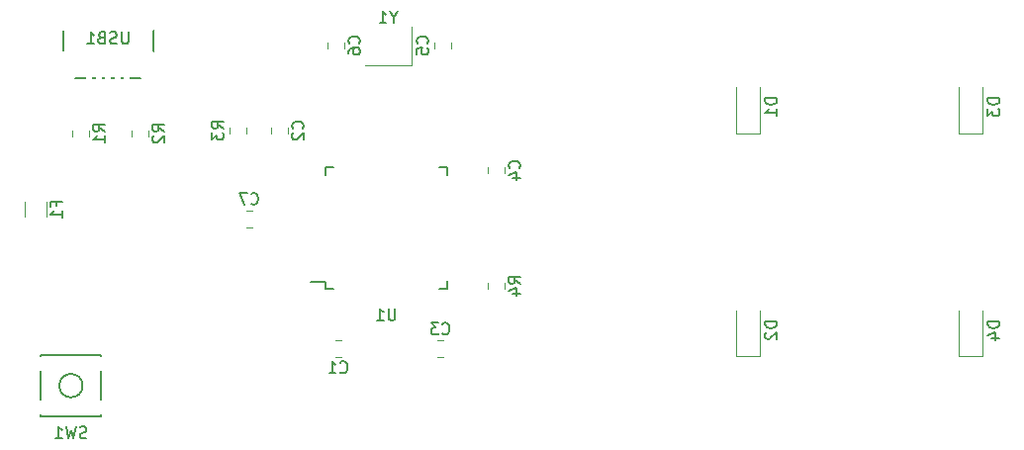
<source format=gbo>
G04 #@! TF.GenerationSoftware,KiCad,Pcbnew,(5.1.5)-1*
G04 #@! TF.CreationDate,2021-04-16T13:39:06-04:00*
G04 #@! TF.ProjectId,intro-pcb,696e7472-6f2d-4706-9362-2e6b69636164,rev?*
G04 #@! TF.SameCoordinates,Original*
G04 #@! TF.FileFunction,Legend,Bot*
G04 #@! TF.FilePolarity,Positive*
%FSLAX46Y46*%
G04 Gerber Fmt 4.6, Leading zero omitted, Abs format (unit mm)*
G04 Created by KiCad (PCBNEW (5.1.5)-1) date 2021-04-16 13:39:06*
%MOMM*%
%LPD*%
G04 APERTURE LIST*
%ADD10C,0.120000*%
%ADD11C,0.150000*%
%ADD12R,1.502000X1.302000*%
%ADD13O,1.802000X2.802000*%
%ADD14R,0.602000X2.352000*%
%ADD15R,0.652000X1.602000*%
%ADD16R,1.602000X0.652000*%
%ADD17R,1.902000X1.202000*%
%ADD18C,0.100000*%
%ADD19C,1.852000*%
%ADD20C,2.352000*%
%ADD21C,4.089800*%
%ADD22C,2.352000*%
%ADD23R,1.302000X1.002000*%
G04 APERTURE END LIST*
D10*
X-371718000Y-36106000D02*
X-375718000Y-36106000D01*
X-371718000Y-32806000D02*
X-371718000Y-36106000D01*
D11*
X-401518750Y-31750000D02*
X-401518750Y-37200000D01*
X-393818750Y-31750000D02*
X-393818750Y-37200000D01*
X-401518750Y-37200000D02*
X-393818750Y-37200000D01*
X-379031250Y-54606250D02*
X-380306250Y-54606250D01*
X-368681250Y-55181250D02*
X-369356250Y-55181250D01*
X-368681250Y-44831250D02*
X-369356250Y-44831250D01*
X-379031250Y-44831250D02*
X-378356250Y-44831250D01*
X-379031250Y-55181250D02*
X-378356250Y-55181250D01*
X-379031250Y-44831250D02*
X-379031250Y-45506250D01*
X-368681250Y-44831250D02*
X-368681250Y-45506250D01*
X-368681250Y-55181250D02*
X-368681250Y-54506250D01*
X-379031250Y-55181250D02*
X-379031250Y-54606250D01*
X-398243750Y-60900000D02*
X-403443750Y-60900000D01*
X-403443750Y-60900000D02*
X-403443750Y-66100000D01*
X-403443750Y-66100000D02*
X-398243750Y-66100000D01*
X-398243750Y-66100000D02*
X-398243750Y-60900000D01*
X-399843750Y-63500000D02*
G75*
G03X-399843750Y-63500000I-1000000J0D01*
G01*
D10*
X-365200000Y-55201078D02*
X-365200000Y-54683922D01*
X-363780000Y-55201078D02*
X-363780000Y-54683922D01*
X-385878000Y-41397422D02*
X-385878000Y-41914578D01*
X-387298000Y-41397422D02*
X-387298000Y-41914578D01*
X-395680000Y-42168578D02*
X-395680000Y-41651422D01*
X-394260000Y-42168578D02*
X-394260000Y-41651422D01*
X-400760000Y-42168578D02*
X-400760000Y-41651422D01*
X-399340000Y-42168578D02*
X-399340000Y-41651422D01*
X-404770000Y-48992064D02*
X-404770000Y-47787936D01*
X-402950000Y-48992064D02*
X-402950000Y-47787936D01*
X-322850000Y-60987500D02*
X-322850000Y-57087500D01*
X-324850000Y-60987500D02*
X-324850000Y-57087500D01*
X-322850000Y-60987500D02*
X-324850000Y-60987500D01*
X-322850000Y-41875000D02*
X-322850000Y-37975000D01*
X-324850000Y-41875000D02*
X-324850000Y-37975000D01*
X-322850000Y-41875000D02*
X-324850000Y-41875000D01*
X-341900000Y-60987500D02*
X-341900000Y-57087500D01*
X-343900000Y-60987500D02*
X-343900000Y-57087500D01*
X-341900000Y-60987500D02*
X-343900000Y-60987500D01*
X-341900000Y-41875000D02*
X-341900000Y-37975000D01*
X-343900000Y-41875000D02*
X-343900000Y-37975000D01*
X-341900000Y-41875000D02*
X-343900000Y-41875000D01*
X-385360172Y-49922500D02*
X-385877328Y-49922500D01*
X-385360172Y-48502500D02*
X-385877328Y-48502500D01*
X-378916000Y-34627078D02*
X-378916000Y-34109922D01*
X-377496000Y-34627078D02*
X-377496000Y-34109922D01*
X-368352000Y-34109922D02*
X-368352000Y-34627078D01*
X-369772000Y-34109922D02*
X-369772000Y-34627078D01*
X-365200000Y-45295078D02*
X-365200000Y-44777922D01*
X-363780000Y-45295078D02*
X-363780000Y-44777922D01*
X-368978922Y-61035000D02*
X-369496078Y-61035000D01*
X-368978922Y-59615000D02*
X-369496078Y-59615000D01*
X-383742000Y-41914578D02*
X-383742000Y-41397422D01*
X-382322000Y-41914578D02*
X-382322000Y-41397422D01*
X-378227328Y-59615000D02*
X-377710172Y-59615000D01*
X-378227328Y-61035000D02*
X-377710172Y-61035000D01*
D11*
X-373241809Y-31982190D02*
X-373241809Y-32458380D01*
X-372908476Y-31458380D02*
X-373241809Y-31982190D01*
X-373575142Y-31458380D01*
X-374432285Y-32458380D02*
X-373860857Y-32458380D01*
X-374146571Y-32458380D02*
X-374146571Y-31458380D01*
X-374051333Y-31601238D01*
X-373956095Y-31696476D01*
X-373860857Y-31744095D01*
X-395930654Y-33234380D02*
X-395930654Y-34043904D01*
X-395978273Y-34139142D01*
X-396025892Y-34186761D01*
X-396121130Y-34234380D01*
X-396311607Y-34234380D01*
X-396406845Y-34186761D01*
X-396454464Y-34139142D01*
X-396502083Y-34043904D01*
X-396502083Y-33234380D01*
X-396930654Y-34186761D02*
X-397073511Y-34234380D01*
X-397311607Y-34234380D01*
X-397406845Y-34186761D01*
X-397454464Y-34139142D01*
X-397502083Y-34043904D01*
X-397502083Y-33948666D01*
X-397454464Y-33853428D01*
X-397406845Y-33805809D01*
X-397311607Y-33758190D01*
X-397121130Y-33710571D01*
X-397025892Y-33662952D01*
X-396978273Y-33615333D01*
X-396930654Y-33520095D01*
X-396930654Y-33424857D01*
X-396978273Y-33329619D01*
X-397025892Y-33282000D01*
X-397121130Y-33234380D01*
X-397359226Y-33234380D01*
X-397502083Y-33282000D01*
X-398263988Y-33710571D02*
X-398406845Y-33758190D01*
X-398454464Y-33805809D01*
X-398502083Y-33901047D01*
X-398502083Y-34043904D01*
X-398454464Y-34139142D01*
X-398406845Y-34186761D01*
X-398311607Y-34234380D01*
X-397930654Y-34234380D01*
X-397930654Y-33234380D01*
X-398263988Y-33234380D01*
X-398359226Y-33282000D01*
X-398406845Y-33329619D01*
X-398454464Y-33424857D01*
X-398454464Y-33520095D01*
X-398406845Y-33615333D01*
X-398359226Y-33662952D01*
X-398263988Y-33710571D01*
X-397930654Y-33710571D01*
X-399454464Y-34234380D02*
X-398883035Y-34234380D01*
X-399168750Y-34234380D02*
X-399168750Y-33234380D01*
X-399073511Y-33377238D01*
X-398978273Y-33472476D01*
X-398883035Y-33520095D01*
X-373094345Y-56908630D02*
X-373094345Y-57718154D01*
X-373141964Y-57813392D01*
X-373189583Y-57861011D01*
X-373284821Y-57908630D01*
X-373475297Y-57908630D01*
X-373570535Y-57861011D01*
X-373618154Y-57813392D01*
X-373665773Y-57718154D01*
X-373665773Y-56908630D01*
X-374665773Y-57908630D02*
X-374094345Y-57908630D01*
X-374380059Y-57908630D02*
X-374380059Y-56908630D01*
X-374284821Y-57051488D01*
X-374189583Y-57146726D01*
X-374094345Y-57194345D01*
X-399510416Y-67968761D02*
X-399653273Y-68016380D01*
X-399891369Y-68016380D01*
X-399986607Y-67968761D01*
X-400034226Y-67921142D01*
X-400081845Y-67825904D01*
X-400081845Y-67730666D01*
X-400034226Y-67635428D01*
X-399986607Y-67587809D01*
X-399891369Y-67540190D01*
X-399700892Y-67492571D01*
X-399605654Y-67444952D01*
X-399558035Y-67397333D01*
X-399510416Y-67302095D01*
X-399510416Y-67206857D01*
X-399558035Y-67111619D01*
X-399605654Y-67064000D01*
X-399700892Y-67016380D01*
X-399938988Y-67016380D01*
X-400081845Y-67064000D01*
X-400415178Y-67016380D02*
X-400653273Y-68016380D01*
X-400843750Y-67302095D01*
X-401034226Y-68016380D01*
X-401272321Y-67016380D01*
X-402177083Y-68016380D02*
X-401605654Y-68016380D01*
X-401891369Y-68016380D02*
X-401891369Y-67016380D01*
X-401796130Y-67159238D01*
X-401700892Y-67254476D01*
X-401605654Y-67302095D01*
X-362387619Y-54775833D02*
X-362863809Y-54442500D01*
X-362387619Y-54204404D02*
X-363387619Y-54204404D01*
X-363387619Y-54585357D01*
X-363340000Y-54680595D01*
X-363292380Y-54728214D01*
X-363197142Y-54775833D01*
X-363054285Y-54775833D01*
X-362959047Y-54728214D01*
X-362911428Y-54680595D01*
X-362863809Y-54585357D01*
X-362863809Y-54204404D01*
X-363054285Y-55632976D02*
X-362387619Y-55632976D01*
X-363435238Y-55394880D02*
X-362720952Y-55156785D01*
X-362720952Y-55775833D01*
X-387785619Y-41489333D02*
X-388261809Y-41156000D01*
X-387785619Y-40917904D02*
X-388785619Y-40917904D01*
X-388785619Y-41298857D01*
X-388738000Y-41394095D01*
X-388690380Y-41441714D01*
X-388595142Y-41489333D01*
X-388452285Y-41489333D01*
X-388357047Y-41441714D01*
X-388309428Y-41394095D01*
X-388261809Y-41298857D01*
X-388261809Y-40917904D01*
X-388785619Y-41822666D02*
X-388785619Y-42441714D01*
X-388404666Y-42108380D01*
X-388404666Y-42251238D01*
X-388357047Y-42346476D01*
X-388309428Y-42394095D01*
X-388214190Y-42441714D01*
X-387976095Y-42441714D01*
X-387880857Y-42394095D01*
X-387833238Y-42346476D01*
X-387785619Y-42251238D01*
X-387785619Y-41965523D01*
X-387833238Y-41870285D01*
X-387880857Y-41822666D01*
X-392867619Y-41743333D02*
X-393343809Y-41410000D01*
X-392867619Y-41171904D02*
X-393867619Y-41171904D01*
X-393867619Y-41552857D01*
X-393820000Y-41648095D01*
X-393772380Y-41695714D01*
X-393677142Y-41743333D01*
X-393534285Y-41743333D01*
X-393439047Y-41695714D01*
X-393391428Y-41648095D01*
X-393343809Y-41552857D01*
X-393343809Y-41171904D01*
X-393772380Y-42124285D02*
X-393820000Y-42171904D01*
X-393867619Y-42267142D01*
X-393867619Y-42505238D01*
X-393820000Y-42600476D01*
X-393772380Y-42648095D01*
X-393677142Y-42695714D01*
X-393581904Y-42695714D01*
X-393439047Y-42648095D01*
X-392867619Y-42076666D01*
X-392867619Y-42695714D01*
X-397947619Y-41743333D02*
X-398423809Y-41410000D01*
X-397947619Y-41171904D02*
X-398947619Y-41171904D01*
X-398947619Y-41552857D01*
X-398900000Y-41648095D01*
X-398852380Y-41695714D01*
X-398757142Y-41743333D01*
X-398614285Y-41743333D01*
X-398519047Y-41695714D01*
X-398471428Y-41648095D01*
X-398423809Y-41552857D01*
X-398423809Y-41171904D01*
X-397947619Y-42695714D02*
X-397947619Y-42124285D01*
X-397947619Y-42410000D02*
X-398947619Y-42410000D01*
X-398804761Y-42314761D01*
X-398709523Y-42219523D01*
X-398661904Y-42124285D01*
X-402111428Y-48056666D02*
X-402111428Y-47723333D01*
X-401587619Y-47723333D02*
X-402587619Y-47723333D01*
X-402587619Y-48199523D01*
X-401587619Y-49104285D02*
X-401587619Y-48532857D01*
X-401587619Y-48818571D02*
X-402587619Y-48818571D01*
X-402444761Y-48723333D01*
X-402349523Y-48628095D01*
X-402301904Y-48532857D01*
X-321397619Y-57999404D02*
X-322397619Y-57999404D01*
X-322397619Y-58237500D01*
X-322350000Y-58380357D01*
X-322254761Y-58475595D01*
X-322159523Y-58523214D01*
X-321969047Y-58570833D01*
X-321826190Y-58570833D01*
X-321635714Y-58523214D01*
X-321540476Y-58475595D01*
X-321445238Y-58380357D01*
X-321397619Y-58237500D01*
X-321397619Y-57999404D01*
X-322064285Y-59427976D02*
X-321397619Y-59427976D01*
X-322445238Y-59189880D02*
X-321730952Y-58951785D01*
X-321730952Y-59570833D01*
X-321397619Y-38886904D02*
X-322397619Y-38886904D01*
X-322397619Y-39125000D01*
X-322350000Y-39267857D01*
X-322254761Y-39363095D01*
X-322159523Y-39410714D01*
X-321969047Y-39458333D01*
X-321826190Y-39458333D01*
X-321635714Y-39410714D01*
X-321540476Y-39363095D01*
X-321445238Y-39267857D01*
X-321397619Y-39125000D01*
X-321397619Y-38886904D01*
X-322397619Y-39791666D02*
X-322397619Y-40410714D01*
X-322016666Y-40077380D01*
X-322016666Y-40220238D01*
X-321969047Y-40315476D01*
X-321921428Y-40363095D01*
X-321826190Y-40410714D01*
X-321588095Y-40410714D01*
X-321492857Y-40363095D01*
X-321445238Y-40315476D01*
X-321397619Y-40220238D01*
X-321397619Y-39934523D01*
X-321445238Y-39839285D01*
X-321492857Y-39791666D01*
X-340447619Y-57999404D02*
X-341447619Y-57999404D01*
X-341447619Y-58237500D01*
X-341400000Y-58380357D01*
X-341304761Y-58475595D01*
X-341209523Y-58523214D01*
X-341019047Y-58570833D01*
X-340876190Y-58570833D01*
X-340685714Y-58523214D01*
X-340590476Y-58475595D01*
X-340495238Y-58380357D01*
X-340447619Y-58237500D01*
X-340447619Y-57999404D01*
X-341352380Y-58951785D02*
X-341400000Y-58999404D01*
X-341447619Y-59094642D01*
X-341447619Y-59332738D01*
X-341400000Y-59427976D01*
X-341352380Y-59475595D01*
X-341257142Y-59523214D01*
X-341161904Y-59523214D01*
X-341019047Y-59475595D01*
X-340447619Y-58904166D01*
X-340447619Y-59523214D01*
X-340447619Y-38886904D02*
X-341447619Y-38886904D01*
X-341447619Y-39125000D01*
X-341400000Y-39267857D01*
X-341304761Y-39363095D01*
X-341209523Y-39410714D01*
X-341019047Y-39458333D01*
X-340876190Y-39458333D01*
X-340685714Y-39410714D01*
X-340590476Y-39363095D01*
X-340495238Y-39267857D01*
X-340447619Y-39125000D01*
X-340447619Y-38886904D01*
X-340447619Y-40410714D02*
X-340447619Y-39839285D01*
X-340447619Y-40125000D02*
X-341447619Y-40125000D01*
X-341304761Y-40029761D01*
X-341209523Y-39934523D01*
X-341161904Y-39839285D01*
X-385452083Y-47919642D02*
X-385404464Y-47967261D01*
X-385261607Y-48014880D01*
X-385166369Y-48014880D01*
X-385023511Y-47967261D01*
X-384928273Y-47872023D01*
X-384880654Y-47776785D01*
X-384833035Y-47586309D01*
X-384833035Y-47443452D01*
X-384880654Y-47252976D01*
X-384928273Y-47157738D01*
X-385023511Y-47062500D01*
X-385166369Y-47014880D01*
X-385261607Y-47014880D01*
X-385404464Y-47062500D01*
X-385452083Y-47110119D01*
X-385785416Y-47014880D02*
X-386452083Y-47014880D01*
X-386023511Y-48014880D01*
X-376198857Y-34201833D02*
X-376151238Y-34154214D01*
X-376103619Y-34011357D01*
X-376103619Y-33916119D01*
X-376151238Y-33773261D01*
X-376246476Y-33678023D01*
X-376341714Y-33630404D01*
X-376532190Y-33582785D01*
X-376675047Y-33582785D01*
X-376865523Y-33630404D01*
X-376960761Y-33678023D01*
X-377056000Y-33773261D01*
X-377103619Y-33916119D01*
X-377103619Y-34011357D01*
X-377056000Y-34154214D01*
X-377008380Y-34201833D01*
X-377103619Y-35058976D02*
X-377103619Y-34868500D01*
X-377056000Y-34773261D01*
X-377008380Y-34725642D01*
X-376865523Y-34630404D01*
X-376675047Y-34582785D01*
X-376294095Y-34582785D01*
X-376198857Y-34630404D01*
X-376151238Y-34678023D01*
X-376103619Y-34773261D01*
X-376103619Y-34963738D01*
X-376151238Y-35058976D01*
X-376198857Y-35106595D01*
X-376294095Y-35154214D01*
X-376532190Y-35154214D01*
X-376627428Y-35106595D01*
X-376675047Y-35058976D01*
X-376722666Y-34963738D01*
X-376722666Y-34773261D01*
X-376675047Y-34678023D01*
X-376627428Y-34630404D01*
X-376532190Y-34582785D01*
X-370354857Y-34201833D02*
X-370307238Y-34154214D01*
X-370259619Y-34011357D01*
X-370259619Y-33916119D01*
X-370307238Y-33773261D01*
X-370402476Y-33678023D01*
X-370497714Y-33630404D01*
X-370688190Y-33582785D01*
X-370831047Y-33582785D01*
X-371021523Y-33630404D01*
X-371116761Y-33678023D01*
X-371212000Y-33773261D01*
X-371259619Y-33916119D01*
X-371259619Y-34011357D01*
X-371212000Y-34154214D01*
X-371164380Y-34201833D01*
X-371259619Y-35106595D02*
X-371259619Y-34630404D01*
X-370783428Y-34582785D01*
X-370831047Y-34630404D01*
X-370878666Y-34725642D01*
X-370878666Y-34963738D01*
X-370831047Y-35058976D01*
X-370783428Y-35106595D01*
X-370688190Y-35154214D01*
X-370450095Y-35154214D01*
X-370354857Y-35106595D01*
X-370307238Y-35058976D01*
X-370259619Y-34963738D01*
X-370259619Y-34725642D01*
X-370307238Y-34630404D01*
X-370354857Y-34582785D01*
X-362482857Y-44869833D02*
X-362435238Y-44822214D01*
X-362387619Y-44679357D01*
X-362387619Y-44584119D01*
X-362435238Y-44441261D01*
X-362530476Y-44346023D01*
X-362625714Y-44298404D01*
X-362816190Y-44250785D01*
X-362959047Y-44250785D01*
X-363149523Y-44298404D01*
X-363244761Y-44346023D01*
X-363340000Y-44441261D01*
X-363387619Y-44584119D01*
X-363387619Y-44679357D01*
X-363340000Y-44822214D01*
X-363292380Y-44869833D01*
X-363054285Y-45726976D02*
X-362387619Y-45726976D01*
X-363435238Y-45488880D02*
X-362720952Y-45250785D01*
X-362720952Y-45869833D01*
X-369070833Y-59032142D02*
X-369023214Y-59079761D01*
X-368880357Y-59127380D01*
X-368785119Y-59127380D01*
X-368642261Y-59079761D01*
X-368547023Y-58984523D01*
X-368499404Y-58889285D01*
X-368451785Y-58698809D01*
X-368451785Y-58555952D01*
X-368499404Y-58365476D01*
X-368547023Y-58270238D01*
X-368642261Y-58175000D01*
X-368785119Y-58127380D01*
X-368880357Y-58127380D01*
X-369023214Y-58175000D01*
X-369070833Y-58222619D01*
X-369404166Y-58127380D02*
X-370023214Y-58127380D01*
X-369689880Y-58508333D01*
X-369832738Y-58508333D01*
X-369927976Y-58555952D01*
X-369975595Y-58603571D01*
X-370023214Y-58698809D01*
X-370023214Y-58936904D01*
X-369975595Y-59032142D01*
X-369927976Y-59079761D01*
X-369832738Y-59127380D01*
X-369547023Y-59127380D01*
X-369451785Y-59079761D01*
X-369404166Y-59032142D01*
X-381024857Y-41489333D02*
X-380977238Y-41441714D01*
X-380929619Y-41298857D01*
X-380929619Y-41203619D01*
X-380977238Y-41060761D01*
X-381072476Y-40965523D01*
X-381167714Y-40917904D01*
X-381358190Y-40870285D01*
X-381501047Y-40870285D01*
X-381691523Y-40917904D01*
X-381786761Y-40965523D01*
X-381882000Y-41060761D01*
X-381929619Y-41203619D01*
X-381929619Y-41298857D01*
X-381882000Y-41441714D01*
X-381834380Y-41489333D01*
X-381834380Y-41870285D02*
X-381882000Y-41917904D01*
X-381929619Y-42013142D01*
X-381929619Y-42251238D01*
X-381882000Y-42346476D01*
X-381834380Y-42394095D01*
X-381739142Y-42441714D01*
X-381643904Y-42441714D01*
X-381501047Y-42394095D01*
X-380929619Y-41822666D01*
X-380929619Y-42441714D01*
X-377802083Y-62332142D02*
X-377754464Y-62379761D01*
X-377611607Y-62427380D01*
X-377516369Y-62427380D01*
X-377373511Y-62379761D01*
X-377278273Y-62284523D01*
X-377230654Y-62189285D01*
X-377183035Y-61998809D01*
X-377183035Y-61855952D01*
X-377230654Y-61665476D01*
X-377278273Y-61570238D01*
X-377373511Y-61475000D01*
X-377516369Y-61427380D01*
X-377611607Y-61427380D01*
X-377754464Y-61475000D01*
X-377802083Y-61522619D01*
X-378754464Y-62427380D02*
X-378183035Y-62427380D01*
X-378468750Y-62427380D02*
X-378468750Y-61427380D01*
X-378373511Y-61570238D01*
X-378278273Y-61665476D01*
X-378183035Y-61713095D01*
%LPC*%
D12*
X-372618000Y-33606000D03*
X-374818000Y-33606000D03*
X-374818000Y-35306000D03*
X-372618000Y-35306000D03*
D13*
X-401318750Y-31750000D03*
X-394018750Y-31750000D03*
X-394018750Y-36250000D03*
X-401318750Y-36250000D03*
D14*
X-399268750Y-36250000D03*
X-398468750Y-36250000D03*
X-397668750Y-36250000D03*
X-396868750Y-36250000D03*
X-396068750Y-36250000D03*
D15*
X-377856250Y-55706250D03*
X-377056250Y-55706250D03*
X-376256250Y-55706250D03*
X-375456250Y-55706250D03*
X-374656250Y-55706250D03*
X-373856250Y-55706250D03*
X-373056250Y-55706250D03*
X-372256250Y-55706250D03*
X-371456250Y-55706250D03*
X-370656250Y-55706250D03*
X-369856250Y-55706250D03*
D16*
X-368156250Y-54006250D03*
X-368156250Y-53206250D03*
X-368156250Y-52406250D03*
X-368156250Y-51606250D03*
X-368156250Y-50806250D03*
X-368156250Y-50006250D03*
X-368156250Y-49206250D03*
X-368156250Y-48406250D03*
X-368156250Y-47606250D03*
X-368156250Y-46806250D03*
X-368156250Y-46006250D03*
D15*
X-369856250Y-44306250D03*
X-370656250Y-44306250D03*
X-371456250Y-44306250D03*
X-372256250Y-44306250D03*
X-373056250Y-44306250D03*
X-373856250Y-44306250D03*
X-374656250Y-44306250D03*
X-375456250Y-44306250D03*
X-376256250Y-44306250D03*
X-377056250Y-44306250D03*
X-377856250Y-44306250D03*
D16*
X-379556250Y-46006250D03*
X-379556250Y-46806250D03*
X-379556250Y-47606250D03*
X-379556250Y-48406250D03*
X-379556250Y-49206250D03*
X-379556250Y-50006250D03*
X-379556250Y-50806250D03*
X-379556250Y-51606250D03*
X-379556250Y-52406250D03*
X-379556250Y-53206250D03*
X-379556250Y-54006250D03*
D17*
X-397743750Y-65350000D03*
X-403943750Y-61650000D03*
X-397743750Y-61650000D03*
X-403943750Y-65350000D03*
D18*
G36*
X-363981859Y-53467797D02*
G01*
X-363955722Y-53471674D01*
X-363930091Y-53478094D01*
X-363905212Y-53486995D01*
X-363881326Y-53498293D01*
X-363858663Y-53511877D01*
X-363837440Y-53527617D01*
X-363817861Y-53545361D01*
X-363800117Y-53564940D01*
X-363784377Y-53586163D01*
X-363770793Y-53608826D01*
X-363759495Y-53632712D01*
X-363750594Y-53657591D01*
X-363744174Y-53683222D01*
X-363740297Y-53709359D01*
X-363739000Y-53735750D01*
X-363739000Y-54274250D01*
X-363740297Y-54300641D01*
X-363744174Y-54326778D01*
X-363750594Y-54352409D01*
X-363759495Y-54377288D01*
X-363770793Y-54401174D01*
X-363784377Y-54423837D01*
X-363800117Y-54445060D01*
X-363817861Y-54464639D01*
X-363837440Y-54482383D01*
X-363858663Y-54498123D01*
X-363881326Y-54511707D01*
X-363905212Y-54523005D01*
X-363930091Y-54531906D01*
X-363955722Y-54538326D01*
X-363981859Y-54542203D01*
X-364008250Y-54543500D01*
X-364971750Y-54543500D01*
X-364998141Y-54542203D01*
X-365024278Y-54538326D01*
X-365049909Y-54531906D01*
X-365074788Y-54523005D01*
X-365098674Y-54511707D01*
X-365121337Y-54498123D01*
X-365142560Y-54482383D01*
X-365162139Y-54464639D01*
X-365179883Y-54445060D01*
X-365195623Y-54423837D01*
X-365209207Y-54401174D01*
X-365220505Y-54377288D01*
X-365229406Y-54352409D01*
X-365235826Y-54326778D01*
X-365239703Y-54300641D01*
X-365241000Y-54274250D01*
X-365241000Y-53735750D01*
X-365239703Y-53709359D01*
X-365235826Y-53683222D01*
X-365229406Y-53657591D01*
X-365220505Y-53632712D01*
X-365209207Y-53608826D01*
X-365195623Y-53586163D01*
X-365179883Y-53564940D01*
X-365162139Y-53545361D01*
X-365142560Y-53527617D01*
X-365121337Y-53511877D01*
X-365098674Y-53498293D01*
X-365074788Y-53486995D01*
X-365049909Y-53478094D01*
X-365024278Y-53471674D01*
X-364998141Y-53467797D01*
X-364971750Y-53466500D01*
X-364008250Y-53466500D01*
X-363981859Y-53467797D01*
G37*
G36*
X-363981859Y-55342797D02*
G01*
X-363955722Y-55346674D01*
X-363930091Y-55353094D01*
X-363905212Y-55361995D01*
X-363881326Y-55373293D01*
X-363858663Y-55386877D01*
X-363837440Y-55402617D01*
X-363817861Y-55420361D01*
X-363800117Y-55439940D01*
X-363784377Y-55461163D01*
X-363770793Y-55483826D01*
X-363759495Y-55507712D01*
X-363750594Y-55532591D01*
X-363744174Y-55558222D01*
X-363740297Y-55584359D01*
X-363739000Y-55610750D01*
X-363739000Y-56149250D01*
X-363740297Y-56175641D01*
X-363744174Y-56201778D01*
X-363750594Y-56227409D01*
X-363759495Y-56252288D01*
X-363770793Y-56276174D01*
X-363784377Y-56298837D01*
X-363800117Y-56320060D01*
X-363817861Y-56339639D01*
X-363837440Y-56357383D01*
X-363858663Y-56373123D01*
X-363881326Y-56386707D01*
X-363905212Y-56398005D01*
X-363930091Y-56406906D01*
X-363955722Y-56413326D01*
X-363981859Y-56417203D01*
X-364008250Y-56418500D01*
X-364971750Y-56418500D01*
X-364998141Y-56417203D01*
X-365024278Y-56413326D01*
X-365049909Y-56406906D01*
X-365074788Y-56398005D01*
X-365098674Y-56386707D01*
X-365121337Y-56373123D01*
X-365142560Y-56357383D01*
X-365162139Y-56339639D01*
X-365179883Y-56320060D01*
X-365195623Y-56298837D01*
X-365209207Y-56276174D01*
X-365220505Y-56252288D01*
X-365229406Y-56227409D01*
X-365235826Y-56201778D01*
X-365239703Y-56175641D01*
X-365241000Y-56149250D01*
X-365241000Y-55610750D01*
X-365239703Y-55584359D01*
X-365235826Y-55558222D01*
X-365229406Y-55532591D01*
X-365220505Y-55507712D01*
X-365209207Y-55483826D01*
X-365195623Y-55461163D01*
X-365179883Y-55439940D01*
X-365162139Y-55420361D01*
X-365142560Y-55402617D01*
X-365121337Y-55386877D01*
X-365098674Y-55373293D01*
X-365074788Y-55361995D01*
X-365049909Y-55353094D01*
X-365024278Y-55346674D01*
X-364998141Y-55342797D01*
X-364971750Y-55341500D01*
X-364008250Y-55341500D01*
X-363981859Y-55342797D01*
G37*
G36*
X-386079859Y-42056297D02*
G01*
X-386053722Y-42060174D01*
X-386028091Y-42066594D01*
X-386003212Y-42075495D01*
X-385979326Y-42086793D01*
X-385956663Y-42100377D01*
X-385935440Y-42116117D01*
X-385915861Y-42133861D01*
X-385898117Y-42153440D01*
X-385882377Y-42174663D01*
X-385868793Y-42197326D01*
X-385857495Y-42221212D01*
X-385848594Y-42246091D01*
X-385842174Y-42271722D01*
X-385838297Y-42297859D01*
X-385837000Y-42324250D01*
X-385837000Y-42862750D01*
X-385838297Y-42889141D01*
X-385842174Y-42915278D01*
X-385848594Y-42940909D01*
X-385857495Y-42965788D01*
X-385868793Y-42989674D01*
X-385882377Y-43012337D01*
X-385898117Y-43033560D01*
X-385915861Y-43053139D01*
X-385935440Y-43070883D01*
X-385956663Y-43086623D01*
X-385979326Y-43100207D01*
X-386003212Y-43111505D01*
X-386028091Y-43120406D01*
X-386053722Y-43126826D01*
X-386079859Y-43130703D01*
X-386106250Y-43132000D01*
X-387069750Y-43132000D01*
X-387096141Y-43130703D01*
X-387122278Y-43126826D01*
X-387147909Y-43120406D01*
X-387172788Y-43111505D01*
X-387196674Y-43100207D01*
X-387219337Y-43086623D01*
X-387240560Y-43070883D01*
X-387260139Y-43053139D01*
X-387277883Y-43033560D01*
X-387293623Y-43012337D01*
X-387307207Y-42989674D01*
X-387318505Y-42965788D01*
X-387327406Y-42940909D01*
X-387333826Y-42915278D01*
X-387337703Y-42889141D01*
X-387339000Y-42862750D01*
X-387339000Y-42324250D01*
X-387337703Y-42297859D01*
X-387333826Y-42271722D01*
X-387327406Y-42246091D01*
X-387318505Y-42221212D01*
X-387307207Y-42197326D01*
X-387293623Y-42174663D01*
X-387277883Y-42153440D01*
X-387260139Y-42133861D01*
X-387240560Y-42116117D01*
X-387219337Y-42100377D01*
X-387196674Y-42086793D01*
X-387172788Y-42075495D01*
X-387147909Y-42066594D01*
X-387122278Y-42060174D01*
X-387096141Y-42056297D01*
X-387069750Y-42055000D01*
X-386106250Y-42055000D01*
X-386079859Y-42056297D01*
G37*
G36*
X-386079859Y-40181297D02*
G01*
X-386053722Y-40185174D01*
X-386028091Y-40191594D01*
X-386003212Y-40200495D01*
X-385979326Y-40211793D01*
X-385956663Y-40225377D01*
X-385935440Y-40241117D01*
X-385915861Y-40258861D01*
X-385898117Y-40278440D01*
X-385882377Y-40299663D01*
X-385868793Y-40322326D01*
X-385857495Y-40346212D01*
X-385848594Y-40371091D01*
X-385842174Y-40396722D01*
X-385838297Y-40422859D01*
X-385837000Y-40449250D01*
X-385837000Y-40987750D01*
X-385838297Y-41014141D01*
X-385842174Y-41040278D01*
X-385848594Y-41065909D01*
X-385857495Y-41090788D01*
X-385868793Y-41114674D01*
X-385882377Y-41137337D01*
X-385898117Y-41158560D01*
X-385915861Y-41178139D01*
X-385935440Y-41195883D01*
X-385956663Y-41211623D01*
X-385979326Y-41225207D01*
X-386003212Y-41236505D01*
X-386028091Y-41245406D01*
X-386053722Y-41251826D01*
X-386079859Y-41255703D01*
X-386106250Y-41257000D01*
X-387069750Y-41257000D01*
X-387096141Y-41255703D01*
X-387122278Y-41251826D01*
X-387147909Y-41245406D01*
X-387172788Y-41236505D01*
X-387196674Y-41225207D01*
X-387219337Y-41211623D01*
X-387240560Y-41195883D01*
X-387260139Y-41178139D01*
X-387277883Y-41158560D01*
X-387293623Y-41137337D01*
X-387307207Y-41114674D01*
X-387318505Y-41090788D01*
X-387327406Y-41065909D01*
X-387333826Y-41040278D01*
X-387337703Y-41014141D01*
X-387339000Y-40987750D01*
X-387339000Y-40449250D01*
X-387337703Y-40422859D01*
X-387333826Y-40396722D01*
X-387327406Y-40371091D01*
X-387318505Y-40346212D01*
X-387307207Y-40322326D01*
X-387293623Y-40299663D01*
X-387277883Y-40278440D01*
X-387260139Y-40258861D01*
X-387240560Y-40241117D01*
X-387219337Y-40225377D01*
X-387196674Y-40211793D01*
X-387172788Y-40200495D01*
X-387147909Y-40191594D01*
X-387122278Y-40185174D01*
X-387096141Y-40181297D01*
X-387069750Y-40180000D01*
X-386106250Y-40180000D01*
X-386079859Y-40181297D01*
G37*
G36*
X-394461859Y-40435297D02*
G01*
X-394435722Y-40439174D01*
X-394410091Y-40445594D01*
X-394385212Y-40454495D01*
X-394361326Y-40465793D01*
X-394338663Y-40479377D01*
X-394317440Y-40495117D01*
X-394297861Y-40512861D01*
X-394280117Y-40532440D01*
X-394264377Y-40553663D01*
X-394250793Y-40576326D01*
X-394239495Y-40600212D01*
X-394230594Y-40625091D01*
X-394224174Y-40650722D01*
X-394220297Y-40676859D01*
X-394219000Y-40703250D01*
X-394219000Y-41241750D01*
X-394220297Y-41268141D01*
X-394224174Y-41294278D01*
X-394230594Y-41319909D01*
X-394239495Y-41344788D01*
X-394250793Y-41368674D01*
X-394264377Y-41391337D01*
X-394280117Y-41412560D01*
X-394297861Y-41432139D01*
X-394317440Y-41449883D01*
X-394338663Y-41465623D01*
X-394361326Y-41479207D01*
X-394385212Y-41490505D01*
X-394410091Y-41499406D01*
X-394435722Y-41505826D01*
X-394461859Y-41509703D01*
X-394488250Y-41511000D01*
X-395451750Y-41511000D01*
X-395478141Y-41509703D01*
X-395504278Y-41505826D01*
X-395529909Y-41499406D01*
X-395554788Y-41490505D01*
X-395578674Y-41479207D01*
X-395601337Y-41465623D01*
X-395622560Y-41449883D01*
X-395642139Y-41432139D01*
X-395659883Y-41412560D01*
X-395675623Y-41391337D01*
X-395689207Y-41368674D01*
X-395700505Y-41344788D01*
X-395709406Y-41319909D01*
X-395715826Y-41294278D01*
X-395719703Y-41268141D01*
X-395721000Y-41241750D01*
X-395721000Y-40703250D01*
X-395719703Y-40676859D01*
X-395715826Y-40650722D01*
X-395709406Y-40625091D01*
X-395700505Y-40600212D01*
X-395689207Y-40576326D01*
X-395675623Y-40553663D01*
X-395659883Y-40532440D01*
X-395642139Y-40512861D01*
X-395622560Y-40495117D01*
X-395601337Y-40479377D01*
X-395578674Y-40465793D01*
X-395554788Y-40454495D01*
X-395529909Y-40445594D01*
X-395504278Y-40439174D01*
X-395478141Y-40435297D01*
X-395451750Y-40434000D01*
X-394488250Y-40434000D01*
X-394461859Y-40435297D01*
G37*
G36*
X-394461859Y-42310297D02*
G01*
X-394435722Y-42314174D01*
X-394410091Y-42320594D01*
X-394385212Y-42329495D01*
X-394361326Y-42340793D01*
X-394338663Y-42354377D01*
X-394317440Y-42370117D01*
X-394297861Y-42387861D01*
X-394280117Y-42407440D01*
X-394264377Y-42428663D01*
X-394250793Y-42451326D01*
X-394239495Y-42475212D01*
X-394230594Y-42500091D01*
X-394224174Y-42525722D01*
X-394220297Y-42551859D01*
X-394219000Y-42578250D01*
X-394219000Y-43116750D01*
X-394220297Y-43143141D01*
X-394224174Y-43169278D01*
X-394230594Y-43194909D01*
X-394239495Y-43219788D01*
X-394250793Y-43243674D01*
X-394264377Y-43266337D01*
X-394280117Y-43287560D01*
X-394297861Y-43307139D01*
X-394317440Y-43324883D01*
X-394338663Y-43340623D01*
X-394361326Y-43354207D01*
X-394385212Y-43365505D01*
X-394410091Y-43374406D01*
X-394435722Y-43380826D01*
X-394461859Y-43384703D01*
X-394488250Y-43386000D01*
X-395451750Y-43386000D01*
X-395478141Y-43384703D01*
X-395504278Y-43380826D01*
X-395529909Y-43374406D01*
X-395554788Y-43365505D01*
X-395578674Y-43354207D01*
X-395601337Y-43340623D01*
X-395622560Y-43324883D01*
X-395642139Y-43307139D01*
X-395659883Y-43287560D01*
X-395675623Y-43266337D01*
X-395689207Y-43243674D01*
X-395700505Y-43219788D01*
X-395709406Y-43194909D01*
X-395715826Y-43169278D01*
X-395719703Y-43143141D01*
X-395721000Y-43116750D01*
X-395721000Y-42578250D01*
X-395719703Y-42551859D01*
X-395715826Y-42525722D01*
X-395709406Y-42500091D01*
X-395700505Y-42475212D01*
X-395689207Y-42451326D01*
X-395675623Y-42428663D01*
X-395659883Y-42407440D01*
X-395642139Y-42387861D01*
X-395622560Y-42370117D01*
X-395601337Y-42354377D01*
X-395578674Y-42340793D01*
X-395554788Y-42329495D01*
X-395529909Y-42320594D01*
X-395504278Y-42314174D01*
X-395478141Y-42310297D01*
X-395451750Y-42309000D01*
X-394488250Y-42309000D01*
X-394461859Y-42310297D01*
G37*
G36*
X-399541859Y-40435297D02*
G01*
X-399515722Y-40439174D01*
X-399490091Y-40445594D01*
X-399465212Y-40454495D01*
X-399441326Y-40465793D01*
X-399418663Y-40479377D01*
X-399397440Y-40495117D01*
X-399377861Y-40512861D01*
X-399360117Y-40532440D01*
X-399344377Y-40553663D01*
X-399330793Y-40576326D01*
X-399319495Y-40600212D01*
X-399310594Y-40625091D01*
X-399304174Y-40650722D01*
X-399300297Y-40676859D01*
X-399299000Y-40703250D01*
X-399299000Y-41241750D01*
X-399300297Y-41268141D01*
X-399304174Y-41294278D01*
X-399310594Y-41319909D01*
X-399319495Y-41344788D01*
X-399330793Y-41368674D01*
X-399344377Y-41391337D01*
X-399360117Y-41412560D01*
X-399377861Y-41432139D01*
X-399397440Y-41449883D01*
X-399418663Y-41465623D01*
X-399441326Y-41479207D01*
X-399465212Y-41490505D01*
X-399490091Y-41499406D01*
X-399515722Y-41505826D01*
X-399541859Y-41509703D01*
X-399568250Y-41511000D01*
X-400531750Y-41511000D01*
X-400558141Y-41509703D01*
X-400584278Y-41505826D01*
X-400609909Y-41499406D01*
X-400634788Y-41490505D01*
X-400658674Y-41479207D01*
X-400681337Y-41465623D01*
X-400702560Y-41449883D01*
X-400722139Y-41432139D01*
X-400739883Y-41412560D01*
X-400755623Y-41391337D01*
X-400769207Y-41368674D01*
X-400780505Y-41344788D01*
X-400789406Y-41319909D01*
X-400795826Y-41294278D01*
X-400799703Y-41268141D01*
X-400801000Y-41241750D01*
X-400801000Y-40703250D01*
X-400799703Y-40676859D01*
X-400795826Y-40650722D01*
X-400789406Y-40625091D01*
X-400780505Y-40600212D01*
X-400769207Y-40576326D01*
X-400755623Y-40553663D01*
X-400739883Y-40532440D01*
X-400722139Y-40512861D01*
X-400702560Y-40495117D01*
X-400681337Y-40479377D01*
X-400658674Y-40465793D01*
X-400634788Y-40454495D01*
X-400609909Y-40445594D01*
X-400584278Y-40439174D01*
X-400558141Y-40435297D01*
X-400531750Y-40434000D01*
X-399568250Y-40434000D01*
X-399541859Y-40435297D01*
G37*
G36*
X-399541859Y-42310297D02*
G01*
X-399515722Y-42314174D01*
X-399490091Y-42320594D01*
X-399465212Y-42329495D01*
X-399441326Y-42340793D01*
X-399418663Y-42354377D01*
X-399397440Y-42370117D01*
X-399377861Y-42387861D01*
X-399360117Y-42407440D01*
X-399344377Y-42428663D01*
X-399330793Y-42451326D01*
X-399319495Y-42475212D01*
X-399310594Y-42500091D01*
X-399304174Y-42525722D01*
X-399300297Y-42551859D01*
X-399299000Y-42578250D01*
X-399299000Y-43116750D01*
X-399300297Y-43143141D01*
X-399304174Y-43169278D01*
X-399310594Y-43194909D01*
X-399319495Y-43219788D01*
X-399330793Y-43243674D01*
X-399344377Y-43266337D01*
X-399360117Y-43287560D01*
X-399377861Y-43307139D01*
X-399397440Y-43324883D01*
X-399418663Y-43340623D01*
X-399441326Y-43354207D01*
X-399465212Y-43365505D01*
X-399490091Y-43374406D01*
X-399515722Y-43380826D01*
X-399541859Y-43384703D01*
X-399568250Y-43386000D01*
X-400531750Y-43386000D01*
X-400558141Y-43384703D01*
X-400584278Y-43380826D01*
X-400609909Y-43374406D01*
X-400634788Y-43365505D01*
X-400658674Y-43354207D01*
X-400681337Y-43340623D01*
X-400702560Y-43324883D01*
X-400722139Y-43307139D01*
X-400739883Y-43287560D01*
X-400755623Y-43266337D01*
X-400769207Y-43243674D01*
X-400780505Y-43219788D01*
X-400789406Y-43194909D01*
X-400795826Y-43169278D01*
X-400799703Y-43143141D01*
X-400801000Y-43116750D01*
X-400801000Y-42578250D01*
X-400799703Y-42551859D01*
X-400795826Y-42525722D01*
X-400789406Y-42500091D01*
X-400780505Y-42475212D01*
X-400769207Y-42451326D01*
X-400755623Y-42428663D01*
X-400739883Y-42407440D01*
X-400722139Y-42387861D01*
X-400702560Y-42370117D01*
X-400681337Y-42354377D01*
X-400658674Y-42340793D01*
X-400634788Y-42329495D01*
X-400609909Y-42320594D01*
X-400584278Y-42314174D01*
X-400558141Y-42310297D01*
X-400531750Y-42309000D01*
X-399568250Y-42309000D01*
X-399541859Y-42310297D01*
G37*
D19*
X-327501250Y-58737500D03*
X-337661250Y-58737500D03*
D20*
X-335081250Y-54737500D03*
D21*
X-332581250Y-58737500D03*
D22*
X-336391250Y-56197500D02*
X-335081248Y-54737500D01*
D20*
X-330041250Y-53657500D03*
D22*
X-330081250Y-54237500D02*
X-330041250Y-53657500D01*
D19*
X-327501250Y-39687500D03*
X-337661250Y-39687500D03*
D20*
X-335081250Y-35687500D03*
D21*
X-332581250Y-39687500D03*
D22*
X-336391250Y-37147500D02*
X-335081248Y-35687500D01*
D20*
X-330041250Y-34607500D03*
D22*
X-330081250Y-35187500D02*
X-330041250Y-34607500D01*
D19*
X-346551250Y-58737500D03*
X-356711250Y-58737500D03*
D20*
X-354131250Y-54737500D03*
D21*
X-351631250Y-58737500D03*
D22*
X-355441250Y-56197500D02*
X-354131248Y-54737500D01*
D20*
X-349091250Y-53657500D03*
D22*
X-349131250Y-54237500D02*
X-349091250Y-53657500D01*
D19*
X-346551250Y-39687500D03*
X-356711250Y-39687500D03*
D20*
X-354131250Y-35687500D03*
D21*
X-351631250Y-39687500D03*
D22*
X-355441250Y-37147500D02*
X-354131248Y-35687500D01*
D20*
X-349091250Y-34607500D03*
D22*
X-349131250Y-35187500D02*
X-349091250Y-34607500D01*
D18*
G36*
X-403177896Y-46315302D02*
G01*
X-403151648Y-46319196D01*
X-403125907Y-46325643D01*
X-403100922Y-46334583D01*
X-403076934Y-46345928D01*
X-403054174Y-46359571D01*
X-403032860Y-46375378D01*
X-403013198Y-46393198D01*
X-402995378Y-46412860D01*
X-402979571Y-46434174D01*
X-402965928Y-46456934D01*
X-402954583Y-46480922D01*
X-402945643Y-46505907D01*
X-402939196Y-46531648D01*
X-402935302Y-46557896D01*
X-402934000Y-46584400D01*
X-402934000Y-47395600D01*
X-402935302Y-47422104D01*
X-402939196Y-47448352D01*
X-402945643Y-47474093D01*
X-402954583Y-47499078D01*
X-402965928Y-47523066D01*
X-402979571Y-47545826D01*
X-402995378Y-47567140D01*
X-403013198Y-47586802D01*
X-403032860Y-47604622D01*
X-403054174Y-47620429D01*
X-403076934Y-47634072D01*
X-403100922Y-47645417D01*
X-403125907Y-47654357D01*
X-403151648Y-47660804D01*
X-403177896Y-47664698D01*
X-403204400Y-47666000D01*
X-404515600Y-47666000D01*
X-404542104Y-47664698D01*
X-404568352Y-47660804D01*
X-404594093Y-47654357D01*
X-404619078Y-47645417D01*
X-404643066Y-47634072D01*
X-404665826Y-47620429D01*
X-404687140Y-47604622D01*
X-404706802Y-47586802D01*
X-404724622Y-47567140D01*
X-404740429Y-47545826D01*
X-404754072Y-47523066D01*
X-404765417Y-47499078D01*
X-404774357Y-47474093D01*
X-404780804Y-47448352D01*
X-404784698Y-47422104D01*
X-404786000Y-47395600D01*
X-404786000Y-46584400D01*
X-404784698Y-46557896D01*
X-404780804Y-46531648D01*
X-404774357Y-46505907D01*
X-404765417Y-46480922D01*
X-404754072Y-46456934D01*
X-404740429Y-46434174D01*
X-404724622Y-46412860D01*
X-404706802Y-46393198D01*
X-404687140Y-46375378D01*
X-404665826Y-46359571D01*
X-404643066Y-46345928D01*
X-404619078Y-46334583D01*
X-404594093Y-46325643D01*
X-404568352Y-46319196D01*
X-404542104Y-46315302D01*
X-404515600Y-46314000D01*
X-403204400Y-46314000D01*
X-403177896Y-46315302D01*
G37*
G36*
X-403177896Y-49115302D02*
G01*
X-403151648Y-49119196D01*
X-403125907Y-49125643D01*
X-403100922Y-49134583D01*
X-403076934Y-49145928D01*
X-403054174Y-49159571D01*
X-403032860Y-49175378D01*
X-403013198Y-49193198D01*
X-402995378Y-49212860D01*
X-402979571Y-49234174D01*
X-402965928Y-49256934D01*
X-402954583Y-49280922D01*
X-402945643Y-49305907D01*
X-402939196Y-49331648D01*
X-402935302Y-49357896D01*
X-402934000Y-49384400D01*
X-402934000Y-50195600D01*
X-402935302Y-50222104D01*
X-402939196Y-50248352D01*
X-402945643Y-50274093D01*
X-402954583Y-50299078D01*
X-402965928Y-50323066D01*
X-402979571Y-50345826D01*
X-402995378Y-50367140D01*
X-403013198Y-50386802D01*
X-403032860Y-50404622D01*
X-403054174Y-50420429D01*
X-403076934Y-50434072D01*
X-403100922Y-50445417D01*
X-403125907Y-50454357D01*
X-403151648Y-50460804D01*
X-403177896Y-50464698D01*
X-403204400Y-50466000D01*
X-404515600Y-50466000D01*
X-404542104Y-50464698D01*
X-404568352Y-50460804D01*
X-404594093Y-50454357D01*
X-404619078Y-50445417D01*
X-404643066Y-50434072D01*
X-404665826Y-50420429D01*
X-404687140Y-50404622D01*
X-404706802Y-50386802D01*
X-404724622Y-50367140D01*
X-404740429Y-50345826D01*
X-404754072Y-50323066D01*
X-404765417Y-50299078D01*
X-404774357Y-50274093D01*
X-404780804Y-50248352D01*
X-404784698Y-50222104D01*
X-404786000Y-50195600D01*
X-404786000Y-49384400D01*
X-404784698Y-49357896D01*
X-404780804Y-49331648D01*
X-404774357Y-49305907D01*
X-404765417Y-49280922D01*
X-404754072Y-49256934D01*
X-404740429Y-49234174D01*
X-404724622Y-49212860D01*
X-404706802Y-49193198D01*
X-404687140Y-49175378D01*
X-404665826Y-49159571D01*
X-404643066Y-49145928D01*
X-404619078Y-49134583D01*
X-404594093Y-49125643D01*
X-404568352Y-49119196D01*
X-404542104Y-49115302D01*
X-404515600Y-49114000D01*
X-403204400Y-49114000D01*
X-403177896Y-49115302D01*
G37*
D23*
X-323850000Y-57087500D03*
X-323850000Y-60387500D03*
X-323850000Y-37975000D03*
X-323850000Y-41275000D03*
X-342900000Y-57087500D03*
X-342900000Y-60387500D03*
X-342900000Y-37975000D03*
X-342900000Y-41275000D03*
D18*
G36*
X-386260609Y-48462797D02*
G01*
X-386234472Y-48466674D01*
X-386208841Y-48473094D01*
X-386183962Y-48481995D01*
X-386160076Y-48493293D01*
X-386137413Y-48506877D01*
X-386116190Y-48522617D01*
X-386096611Y-48540361D01*
X-386078867Y-48559940D01*
X-386063127Y-48581163D01*
X-386049543Y-48603826D01*
X-386038245Y-48627712D01*
X-386029344Y-48652591D01*
X-386022924Y-48678222D01*
X-386019047Y-48704359D01*
X-386017750Y-48730750D01*
X-386017750Y-49694250D01*
X-386019047Y-49720641D01*
X-386022924Y-49746778D01*
X-386029344Y-49772409D01*
X-386038245Y-49797288D01*
X-386049543Y-49821174D01*
X-386063127Y-49843837D01*
X-386078867Y-49865060D01*
X-386096611Y-49884639D01*
X-386116190Y-49902383D01*
X-386137413Y-49918123D01*
X-386160076Y-49931707D01*
X-386183962Y-49943005D01*
X-386208841Y-49951906D01*
X-386234472Y-49958326D01*
X-386260609Y-49962203D01*
X-386287000Y-49963500D01*
X-386825500Y-49963500D01*
X-386851891Y-49962203D01*
X-386878028Y-49958326D01*
X-386903659Y-49951906D01*
X-386928538Y-49943005D01*
X-386952424Y-49931707D01*
X-386975087Y-49918123D01*
X-386996310Y-49902383D01*
X-387015889Y-49884639D01*
X-387033633Y-49865060D01*
X-387049373Y-49843837D01*
X-387062957Y-49821174D01*
X-387074255Y-49797288D01*
X-387083156Y-49772409D01*
X-387089576Y-49746778D01*
X-387093453Y-49720641D01*
X-387094750Y-49694250D01*
X-387094750Y-48730750D01*
X-387093453Y-48704359D01*
X-387089576Y-48678222D01*
X-387083156Y-48652591D01*
X-387074255Y-48627712D01*
X-387062957Y-48603826D01*
X-387049373Y-48581163D01*
X-387033633Y-48559940D01*
X-387015889Y-48540361D01*
X-386996310Y-48522617D01*
X-386975087Y-48506877D01*
X-386952424Y-48493293D01*
X-386928538Y-48481995D01*
X-386903659Y-48473094D01*
X-386878028Y-48466674D01*
X-386851891Y-48462797D01*
X-386825500Y-48461500D01*
X-386287000Y-48461500D01*
X-386260609Y-48462797D01*
G37*
G36*
X-384385609Y-48462797D02*
G01*
X-384359472Y-48466674D01*
X-384333841Y-48473094D01*
X-384308962Y-48481995D01*
X-384285076Y-48493293D01*
X-384262413Y-48506877D01*
X-384241190Y-48522617D01*
X-384221611Y-48540361D01*
X-384203867Y-48559940D01*
X-384188127Y-48581163D01*
X-384174543Y-48603826D01*
X-384163245Y-48627712D01*
X-384154344Y-48652591D01*
X-384147924Y-48678222D01*
X-384144047Y-48704359D01*
X-384142750Y-48730750D01*
X-384142750Y-49694250D01*
X-384144047Y-49720641D01*
X-384147924Y-49746778D01*
X-384154344Y-49772409D01*
X-384163245Y-49797288D01*
X-384174543Y-49821174D01*
X-384188127Y-49843837D01*
X-384203867Y-49865060D01*
X-384221611Y-49884639D01*
X-384241190Y-49902383D01*
X-384262413Y-49918123D01*
X-384285076Y-49931707D01*
X-384308962Y-49943005D01*
X-384333841Y-49951906D01*
X-384359472Y-49958326D01*
X-384385609Y-49962203D01*
X-384412000Y-49963500D01*
X-384950500Y-49963500D01*
X-384976891Y-49962203D01*
X-385003028Y-49958326D01*
X-385028659Y-49951906D01*
X-385053538Y-49943005D01*
X-385077424Y-49931707D01*
X-385100087Y-49918123D01*
X-385121310Y-49902383D01*
X-385140889Y-49884639D01*
X-385158633Y-49865060D01*
X-385174373Y-49843837D01*
X-385187957Y-49821174D01*
X-385199255Y-49797288D01*
X-385208156Y-49772409D01*
X-385214576Y-49746778D01*
X-385218453Y-49720641D01*
X-385219750Y-49694250D01*
X-385219750Y-48730750D01*
X-385218453Y-48704359D01*
X-385214576Y-48678222D01*
X-385208156Y-48652591D01*
X-385199255Y-48627712D01*
X-385187957Y-48603826D01*
X-385174373Y-48581163D01*
X-385158633Y-48559940D01*
X-385140889Y-48540361D01*
X-385121310Y-48522617D01*
X-385100087Y-48506877D01*
X-385077424Y-48493293D01*
X-385053538Y-48481995D01*
X-385028659Y-48473094D01*
X-385003028Y-48466674D01*
X-384976891Y-48462797D01*
X-384950500Y-48461500D01*
X-384412000Y-48461500D01*
X-384385609Y-48462797D01*
G37*
G36*
X-377697859Y-32893797D02*
G01*
X-377671722Y-32897674D01*
X-377646091Y-32904094D01*
X-377621212Y-32912995D01*
X-377597326Y-32924293D01*
X-377574663Y-32937877D01*
X-377553440Y-32953617D01*
X-377533861Y-32971361D01*
X-377516117Y-32990940D01*
X-377500377Y-33012163D01*
X-377486793Y-33034826D01*
X-377475495Y-33058712D01*
X-377466594Y-33083591D01*
X-377460174Y-33109222D01*
X-377456297Y-33135359D01*
X-377455000Y-33161750D01*
X-377455000Y-33700250D01*
X-377456297Y-33726641D01*
X-377460174Y-33752778D01*
X-377466594Y-33778409D01*
X-377475495Y-33803288D01*
X-377486793Y-33827174D01*
X-377500377Y-33849837D01*
X-377516117Y-33871060D01*
X-377533861Y-33890639D01*
X-377553440Y-33908383D01*
X-377574663Y-33924123D01*
X-377597326Y-33937707D01*
X-377621212Y-33949005D01*
X-377646091Y-33957906D01*
X-377671722Y-33964326D01*
X-377697859Y-33968203D01*
X-377724250Y-33969500D01*
X-378687750Y-33969500D01*
X-378714141Y-33968203D01*
X-378740278Y-33964326D01*
X-378765909Y-33957906D01*
X-378790788Y-33949005D01*
X-378814674Y-33937707D01*
X-378837337Y-33924123D01*
X-378858560Y-33908383D01*
X-378878139Y-33890639D01*
X-378895883Y-33871060D01*
X-378911623Y-33849837D01*
X-378925207Y-33827174D01*
X-378936505Y-33803288D01*
X-378945406Y-33778409D01*
X-378951826Y-33752778D01*
X-378955703Y-33726641D01*
X-378957000Y-33700250D01*
X-378957000Y-33161750D01*
X-378955703Y-33135359D01*
X-378951826Y-33109222D01*
X-378945406Y-33083591D01*
X-378936505Y-33058712D01*
X-378925207Y-33034826D01*
X-378911623Y-33012163D01*
X-378895883Y-32990940D01*
X-378878139Y-32971361D01*
X-378858560Y-32953617D01*
X-378837337Y-32937877D01*
X-378814674Y-32924293D01*
X-378790788Y-32912995D01*
X-378765909Y-32904094D01*
X-378740278Y-32897674D01*
X-378714141Y-32893797D01*
X-378687750Y-32892500D01*
X-377724250Y-32892500D01*
X-377697859Y-32893797D01*
G37*
G36*
X-377697859Y-34768797D02*
G01*
X-377671722Y-34772674D01*
X-377646091Y-34779094D01*
X-377621212Y-34787995D01*
X-377597326Y-34799293D01*
X-377574663Y-34812877D01*
X-377553440Y-34828617D01*
X-377533861Y-34846361D01*
X-377516117Y-34865940D01*
X-377500377Y-34887163D01*
X-377486793Y-34909826D01*
X-377475495Y-34933712D01*
X-377466594Y-34958591D01*
X-377460174Y-34984222D01*
X-377456297Y-35010359D01*
X-377455000Y-35036750D01*
X-377455000Y-35575250D01*
X-377456297Y-35601641D01*
X-377460174Y-35627778D01*
X-377466594Y-35653409D01*
X-377475495Y-35678288D01*
X-377486793Y-35702174D01*
X-377500377Y-35724837D01*
X-377516117Y-35746060D01*
X-377533861Y-35765639D01*
X-377553440Y-35783383D01*
X-377574663Y-35799123D01*
X-377597326Y-35812707D01*
X-377621212Y-35824005D01*
X-377646091Y-35832906D01*
X-377671722Y-35839326D01*
X-377697859Y-35843203D01*
X-377724250Y-35844500D01*
X-378687750Y-35844500D01*
X-378714141Y-35843203D01*
X-378740278Y-35839326D01*
X-378765909Y-35832906D01*
X-378790788Y-35824005D01*
X-378814674Y-35812707D01*
X-378837337Y-35799123D01*
X-378858560Y-35783383D01*
X-378878139Y-35765639D01*
X-378895883Y-35746060D01*
X-378911623Y-35724837D01*
X-378925207Y-35702174D01*
X-378936505Y-35678288D01*
X-378945406Y-35653409D01*
X-378951826Y-35627778D01*
X-378955703Y-35601641D01*
X-378957000Y-35575250D01*
X-378957000Y-35036750D01*
X-378955703Y-35010359D01*
X-378951826Y-34984222D01*
X-378945406Y-34958591D01*
X-378936505Y-34933712D01*
X-378925207Y-34909826D01*
X-378911623Y-34887163D01*
X-378895883Y-34865940D01*
X-378878139Y-34846361D01*
X-378858560Y-34828617D01*
X-378837337Y-34812877D01*
X-378814674Y-34799293D01*
X-378790788Y-34787995D01*
X-378765909Y-34779094D01*
X-378740278Y-34772674D01*
X-378714141Y-34768797D01*
X-378687750Y-34767500D01*
X-377724250Y-34767500D01*
X-377697859Y-34768797D01*
G37*
G36*
X-368553859Y-34768797D02*
G01*
X-368527722Y-34772674D01*
X-368502091Y-34779094D01*
X-368477212Y-34787995D01*
X-368453326Y-34799293D01*
X-368430663Y-34812877D01*
X-368409440Y-34828617D01*
X-368389861Y-34846361D01*
X-368372117Y-34865940D01*
X-368356377Y-34887163D01*
X-368342793Y-34909826D01*
X-368331495Y-34933712D01*
X-368322594Y-34958591D01*
X-368316174Y-34984222D01*
X-368312297Y-35010359D01*
X-368311000Y-35036750D01*
X-368311000Y-35575250D01*
X-368312297Y-35601641D01*
X-368316174Y-35627778D01*
X-368322594Y-35653409D01*
X-368331495Y-35678288D01*
X-368342793Y-35702174D01*
X-368356377Y-35724837D01*
X-368372117Y-35746060D01*
X-368389861Y-35765639D01*
X-368409440Y-35783383D01*
X-368430663Y-35799123D01*
X-368453326Y-35812707D01*
X-368477212Y-35824005D01*
X-368502091Y-35832906D01*
X-368527722Y-35839326D01*
X-368553859Y-35843203D01*
X-368580250Y-35844500D01*
X-369543750Y-35844500D01*
X-369570141Y-35843203D01*
X-369596278Y-35839326D01*
X-369621909Y-35832906D01*
X-369646788Y-35824005D01*
X-369670674Y-35812707D01*
X-369693337Y-35799123D01*
X-369714560Y-35783383D01*
X-369734139Y-35765639D01*
X-369751883Y-35746060D01*
X-369767623Y-35724837D01*
X-369781207Y-35702174D01*
X-369792505Y-35678288D01*
X-369801406Y-35653409D01*
X-369807826Y-35627778D01*
X-369811703Y-35601641D01*
X-369813000Y-35575250D01*
X-369813000Y-35036750D01*
X-369811703Y-35010359D01*
X-369807826Y-34984222D01*
X-369801406Y-34958591D01*
X-369792505Y-34933712D01*
X-369781207Y-34909826D01*
X-369767623Y-34887163D01*
X-369751883Y-34865940D01*
X-369734139Y-34846361D01*
X-369714560Y-34828617D01*
X-369693337Y-34812877D01*
X-369670674Y-34799293D01*
X-369646788Y-34787995D01*
X-369621909Y-34779094D01*
X-369596278Y-34772674D01*
X-369570141Y-34768797D01*
X-369543750Y-34767500D01*
X-368580250Y-34767500D01*
X-368553859Y-34768797D01*
G37*
G36*
X-368553859Y-32893797D02*
G01*
X-368527722Y-32897674D01*
X-368502091Y-32904094D01*
X-368477212Y-32912995D01*
X-368453326Y-32924293D01*
X-368430663Y-32937877D01*
X-368409440Y-32953617D01*
X-368389861Y-32971361D01*
X-368372117Y-32990940D01*
X-368356377Y-33012163D01*
X-368342793Y-33034826D01*
X-368331495Y-33058712D01*
X-368322594Y-33083591D01*
X-368316174Y-33109222D01*
X-368312297Y-33135359D01*
X-368311000Y-33161750D01*
X-368311000Y-33700250D01*
X-368312297Y-33726641D01*
X-368316174Y-33752778D01*
X-368322594Y-33778409D01*
X-368331495Y-33803288D01*
X-368342793Y-33827174D01*
X-368356377Y-33849837D01*
X-368372117Y-33871060D01*
X-368389861Y-33890639D01*
X-368409440Y-33908383D01*
X-368430663Y-33924123D01*
X-368453326Y-33937707D01*
X-368477212Y-33949005D01*
X-368502091Y-33957906D01*
X-368527722Y-33964326D01*
X-368553859Y-33968203D01*
X-368580250Y-33969500D01*
X-369543750Y-33969500D01*
X-369570141Y-33968203D01*
X-369596278Y-33964326D01*
X-369621909Y-33957906D01*
X-369646788Y-33949005D01*
X-369670674Y-33937707D01*
X-369693337Y-33924123D01*
X-369714560Y-33908383D01*
X-369734139Y-33890639D01*
X-369751883Y-33871060D01*
X-369767623Y-33849837D01*
X-369781207Y-33827174D01*
X-369792505Y-33803288D01*
X-369801406Y-33778409D01*
X-369807826Y-33752778D01*
X-369811703Y-33726641D01*
X-369813000Y-33700250D01*
X-369813000Y-33161750D01*
X-369811703Y-33135359D01*
X-369807826Y-33109222D01*
X-369801406Y-33083591D01*
X-369792505Y-33058712D01*
X-369781207Y-33034826D01*
X-369767623Y-33012163D01*
X-369751883Y-32990940D01*
X-369734139Y-32971361D01*
X-369714560Y-32953617D01*
X-369693337Y-32937877D01*
X-369670674Y-32924293D01*
X-369646788Y-32912995D01*
X-369621909Y-32904094D01*
X-369596278Y-32897674D01*
X-369570141Y-32893797D01*
X-369543750Y-32892500D01*
X-368580250Y-32892500D01*
X-368553859Y-32893797D01*
G37*
G36*
X-363981859Y-43561797D02*
G01*
X-363955722Y-43565674D01*
X-363930091Y-43572094D01*
X-363905212Y-43580995D01*
X-363881326Y-43592293D01*
X-363858663Y-43605877D01*
X-363837440Y-43621617D01*
X-363817861Y-43639361D01*
X-363800117Y-43658940D01*
X-363784377Y-43680163D01*
X-363770793Y-43702826D01*
X-363759495Y-43726712D01*
X-363750594Y-43751591D01*
X-363744174Y-43777222D01*
X-363740297Y-43803359D01*
X-363739000Y-43829750D01*
X-363739000Y-44368250D01*
X-363740297Y-44394641D01*
X-363744174Y-44420778D01*
X-363750594Y-44446409D01*
X-363759495Y-44471288D01*
X-363770793Y-44495174D01*
X-363784377Y-44517837D01*
X-363800117Y-44539060D01*
X-363817861Y-44558639D01*
X-363837440Y-44576383D01*
X-363858663Y-44592123D01*
X-363881326Y-44605707D01*
X-363905212Y-44617005D01*
X-363930091Y-44625906D01*
X-363955722Y-44632326D01*
X-363981859Y-44636203D01*
X-364008250Y-44637500D01*
X-364971750Y-44637500D01*
X-364998141Y-44636203D01*
X-365024278Y-44632326D01*
X-365049909Y-44625906D01*
X-365074788Y-44617005D01*
X-365098674Y-44605707D01*
X-365121337Y-44592123D01*
X-365142560Y-44576383D01*
X-365162139Y-44558639D01*
X-365179883Y-44539060D01*
X-365195623Y-44517837D01*
X-365209207Y-44495174D01*
X-365220505Y-44471288D01*
X-365229406Y-44446409D01*
X-365235826Y-44420778D01*
X-365239703Y-44394641D01*
X-365241000Y-44368250D01*
X-365241000Y-43829750D01*
X-365239703Y-43803359D01*
X-365235826Y-43777222D01*
X-365229406Y-43751591D01*
X-365220505Y-43726712D01*
X-365209207Y-43702826D01*
X-365195623Y-43680163D01*
X-365179883Y-43658940D01*
X-365162139Y-43639361D01*
X-365142560Y-43621617D01*
X-365121337Y-43605877D01*
X-365098674Y-43592293D01*
X-365074788Y-43580995D01*
X-365049909Y-43572094D01*
X-365024278Y-43565674D01*
X-364998141Y-43561797D01*
X-364971750Y-43560500D01*
X-364008250Y-43560500D01*
X-363981859Y-43561797D01*
G37*
G36*
X-363981859Y-45436797D02*
G01*
X-363955722Y-45440674D01*
X-363930091Y-45447094D01*
X-363905212Y-45455995D01*
X-363881326Y-45467293D01*
X-363858663Y-45480877D01*
X-363837440Y-45496617D01*
X-363817861Y-45514361D01*
X-363800117Y-45533940D01*
X-363784377Y-45555163D01*
X-363770793Y-45577826D01*
X-363759495Y-45601712D01*
X-363750594Y-45626591D01*
X-363744174Y-45652222D01*
X-363740297Y-45678359D01*
X-363739000Y-45704750D01*
X-363739000Y-46243250D01*
X-363740297Y-46269641D01*
X-363744174Y-46295778D01*
X-363750594Y-46321409D01*
X-363759495Y-46346288D01*
X-363770793Y-46370174D01*
X-363784377Y-46392837D01*
X-363800117Y-46414060D01*
X-363817861Y-46433639D01*
X-363837440Y-46451383D01*
X-363858663Y-46467123D01*
X-363881326Y-46480707D01*
X-363905212Y-46492005D01*
X-363930091Y-46500906D01*
X-363955722Y-46507326D01*
X-363981859Y-46511203D01*
X-364008250Y-46512500D01*
X-364971750Y-46512500D01*
X-364998141Y-46511203D01*
X-365024278Y-46507326D01*
X-365049909Y-46500906D01*
X-365074788Y-46492005D01*
X-365098674Y-46480707D01*
X-365121337Y-46467123D01*
X-365142560Y-46451383D01*
X-365162139Y-46433639D01*
X-365179883Y-46414060D01*
X-365195623Y-46392837D01*
X-365209207Y-46370174D01*
X-365220505Y-46346288D01*
X-365229406Y-46321409D01*
X-365235826Y-46295778D01*
X-365239703Y-46269641D01*
X-365241000Y-46243250D01*
X-365241000Y-45704750D01*
X-365239703Y-45678359D01*
X-365235826Y-45652222D01*
X-365229406Y-45626591D01*
X-365220505Y-45601712D01*
X-365209207Y-45577826D01*
X-365195623Y-45555163D01*
X-365179883Y-45533940D01*
X-365162139Y-45514361D01*
X-365142560Y-45496617D01*
X-365121337Y-45480877D01*
X-365098674Y-45467293D01*
X-365074788Y-45455995D01*
X-365049909Y-45447094D01*
X-365024278Y-45440674D01*
X-364998141Y-45436797D01*
X-364971750Y-45435500D01*
X-364008250Y-45435500D01*
X-363981859Y-45436797D01*
G37*
G36*
X-369879359Y-59575297D02*
G01*
X-369853222Y-59579174D01*
X-369827591Y-59585594D01*
X-369802712Y-59594495D01*
X-369778826Y-59605793D01*
X-369756163Y-59619377D01*
X-369734940Y-59635117D01*
X-369715361Y-59652861D01*
X-369697617Y-59672440D01*
X-369681877Y-59693663D01*
X-369668293Y-59716326D01*
X-369656995Y-59740212D01*
X-369648094Y-59765091D01*
X-369641674Y-59790722D01*
X-369637797Y-59816859D01*
X-369636500Y-59843250D01*
X-369636500Y-60806750D01*
X-369637797Y-60833141D01*
X-369641674Y-60859278D01*
X-369648094Y-60884909D01*
X-369656995Y-60909788D01*
X-369668293Y-60933674D01*
X-369681877Y-60956337D01*
X-369697617Y-60977560D01*
X-369715361Y-60997139D01*
X-369734940Y-61014883D01*
X-369756163Y-61030623D01*
X-369778826Y-61044207D01*
X-369802712Y-61055505D01*
X-369827591Y-61064406D01*
X-369853222Y-61070826D01*
X-369879359Y-61074703D01*
X-369905750Y-61076000D01*
X-370444250Y-61076000D01*
X-370470641Y-61074703D01*
X-370496778Y-61070826D01*
X-370522409Y-61064406D01*
X-370547288Y-61055505D01*
X-370571174Y-61044207D01*
X-370593837Y-61030623D01*
X-370615060Y-61014883D01*
X-370634639Y-60997139D01*
X-370652383Y-60977560D01*
X-370668123Y-60956337D01*
X-370681707Y-60933674D01*
X-370693005Y-60909788D01*
X-370701906Y-60884909D01*
X-370708326Y-60859278D01*
X-370712203Y-60833141D01*
X-370713500Y-60806750D01*
X-370713500Y-59843250D01*
X-370712203Y-59816859D01*
X-370708326Y-59790722D01*
X-370701906Y-59765091D01*
X-370693005Y-59740212D01*
X-370681707Y-59716326D01*
X-370668123Y-59693663D01*
X-370652383Y-59672440D01*
X-370634639Y-59652861D01*
X-370615060Y-59635117D01*
X-370593837Y-59619377D01*
X-370571174Y-59605793D01*
X-370547288Y-59594495D01*
X-370522409Y-59585594D01*
X-370496778Y-59579174D01*
X-370470641Y-59575297D01*
X-370444250Y-59574000D01*
X-369905750Y-59574000D01*
X-369879359Y-59575297D01*
G37*
G36*
X-368004359Y-59575297D02*
G01*
X-367978222Y-59579174D01*
X-367952591Y-59585594D01*
X-367927712Y-59594495D01*
X-367903826Y-59605793D01*
X-367881163Y-59619377D01*
X-367859940Y-59635117D01*
X-367840361Y-59652861D01*
X-367822617Y-59672440D01*
X-367806877Y-59693663D01*
X-367793293Y-59716326D01*
X-367781995Y-59740212D01*
X-367773094Y-59765091D01*
X-367766674Y-59790722D01*
X-367762797Y-59816859D01*
X-367761500Y-59843250D01*
X-367761500Y-60806750D01*
X-367762797Y-60833141D01*
X-367766674Y-60859278D01*
X-367773094Y-60884909D01*
X-367781995Y-60909788D01*
X-367793293Y-60933674D01*
X-367806877Y-60956337D01*
X-367822617Y-60977560D01*
X-367840361Y-60997139D01*
X-367859940Y-61014883D01*
X-367881163Y-61030623D01*
X-367903826Y-61044207D01*
X-367927712Y-61055505D01*
X-367952591Y-61064406D01*
X-367978222Y-61070826D01*
X-368004359Y-61074703D01*
X-368030750Y-61076000D01*
X-368569250Y-61076000D01*
X-368595641Y-61074703D01*
X-368621778Y-61070826D01*
X-368647409Y-61064406D01*
X-368672288Y-61055505D01*
X-368696174Y-61044207D01*
X-368718837Y-61030623D01*
X-368740060Y-61014883D01*
X-368759639Y-60997139D01*
X-368777383Y-60977560D01*
X-368793123Y-60956337D01*
X-368806707Y-60933674D01*
X-368818005Y-60909788D01*
X-368826906Y-60884909D01*
X-368833326Y-60859278D01*
X-368837203Y-60833141D01*
X-368838500Y-60806750D01*
X-368838500Y-59843250D01*
X-368837203Y-59816859D01*
X-368833326Y-59790722D01*
X-368826906Y-59765091D01*
X-368818005Y-59740212D01*
X-368806707Y-59716326D01*
X-368793123Y-59693663D01*
X-368777383Y-59672440D01*
X-368759639Y-59652861D01*
X-368740060Y-59635117D01*
X-368718837Y-59619377D01*
X-368696174Y-59605793D01*
X-368672288Y-59594495D01*
X-368647409Y-59585594D01*
X-368621778Y-59579174D01*
X-368595641Y-59575297D01*
X-368569250Y-59574000D01*
X-368030750Y-59574000D01*
X-368004359Y-59575297D01*
G37*
G36*
X-382523859Y-40181297D02*
G01*
X-382497722Y-40185174D01*
X-382472091Y-40191594D01*
X-382447212Y-40200495D01*
X-382423326Y-40211793D01*
X-382400663Y-40225377D01*
X-382379440Y-40241117D01*
X-382359861Y-40258861D01*
X-382342117Y-40278440D01*
X-382326377Y-40299663D01*
X-382312793Y-40322326D01*
X-382301495Y-40346212D01*
X-382292594Y-40371091D01*
X-382286174Y-40396722D01*
X-382282297Y-40422859D01*
X-382281000Y-40449250D01*
X-382281000Y-40987750D01*
X-382282297Y-41014141D01*
X-382286174Y-41040278D01*
X-382292594Y-41065909D01*
X-382301495Y-41090788D01*
X-382312793Y-41114674D01*
X-382326377Y-41137337D01*
X-382342117Y-41158560D01*
X-382359861Y-41178139D01*
X-382379440Y-41195883D01*
X-382400663Y-41211623D01*
X-382423326Y-41225207D01*
X-382447212Y-41236505D01*
X-382472091Y-41245406D01*
X-382497722Y-41251826D01*
X-382523859Y-41255703D01*
X-382550250Y-41257000D01*
X-383513750Y-41257000D01*
X-383540141Y-41255703D01*
X-383566278Y-41251826D01*
X-383591909Y-41245406D01*
X-383616788Y-41236505D01*
X-383640674Y-41225207D01*
X-383663337Y-41211623D01*
X-383684560Y-41195883D01*
X-383704139Y-41178139D01*
X-383721883Y-41158560D01*
X-383737623Y-41137337D01*
X-383751207Y-41114674D01*
X-383762505Y-41090788D01*
X-383771406Y-41065909D01*
X-383777826Y-41040278D01*
X-383781703Y-41014141D01*
X-383783000Y-40987750D01*
X-383783000Y-40449250D01*
X-383781703Y-40422859D01*
X-383777826Y-40396722D01*
X-383771406Y-40371091D01*
X-383762505Y-40346212D01*
X-383751207Y-40322326D01*
X-383737623Y-40299663D01*
X-383721883Y-40278440D01*
X-383704139Y-40258861D01*
X-383684560Y-40241117D01*
X-383663337Y-40225377D01*
X-383640674Y-40211793D01*
X-383616788Y-40200495D01*
X-383591909Y-40191594D01*
X-383566278Y-40185174D01*
X-383540141Y-40181297D01*
X-383513750Y-40180000D01*
X-382550250Y-40180000D01*
X-382523859Y-40181297D01*
G37*
G36*
X-382523859Y-42056297D02*
G01*
X-382497722Y-42060174D01*
X-382472091Y-42066594D01*
X-382447212Y-42075495D01*
X-382423326Y-42086793D01*
X-382400663Y-42100377D01*
X-382379440Y-42116117D01*
X-382359861Y-42133861D01*
X-382342117Y-42153440D01*
X-382326377Y-42174663D01*
X-382312793Y-42197326D01*
X-382301495Y-42221212D01*
X-382292594Y-42246091D01*
X-382286174Y-42271722D01*
X-382282297Y-42297859D01*
X-382281000Y-42324250D01*
X-382281000Y-42862750D01*
X-382282297Y-42889141D01*
X-382286174Y-42915278D01*
X-382292594Y-42940909D01*
X-382301495Y-42965788D01*
X-382312793Y-42989674D01*
X-382326377Y-43012337D01*
X-382342117Y-43033560D01*
X-382359861Y-43053139D01*
X-382379440Y-43070883D01*
X-382400663Y-43086623D01*
X-382423326Y-43100207D01*
X-382447212Y-43111505D01*
X-382472091Y-43120406D01*
X-382497722Y-43126826D01*
X-382523859Y-43130703D01*
X-382550250Y-43132000D01*
X-383513750Y-43132000D01*
X-383540141Y-43130703D01*
X-383566278Y-43126826D01*
X-383591909Y-43120406D01*
X-383616788Y-43111505D01*
X-383640674Y-43100207D01*
X-383663337Y-43086623D01*
X-383684560Y-43070883D01*
X-383704139Y-43053139D01*
X-383721883Y-43033560D01*
X-383737623Y-43012337D01*
X-383751207Y-42989674D01*
X-383762505Y-42965788D01*
X-383771406Y-42940909D01*
X-383777826Y-42915278D01*
X-383781703Y-42889141D01*
X-383783000Y-42862750D01*
X-383783000Y-42324250D01*
X-383781703Y-42297859D01*
X-383777826Y-42271722D01*
X-383771406Y-42246091D01*
X-383762505Y-42221212D01*
X-383751207Y-42197326D01*
X-383737623Y-42174663D01*
X-383721883Y-42153440D01*
X-383704139Y-42133861D01*
X-383684560Y-42116117D01*
X-383663337Y-42100377D01*
X-383640674Y-42086793D01*
X-383616788Y-42075495D01*
X-383591909Y-42066594D01*
X-383566278Y-42060174D01*
X-383540141Y-42056297D01*
X-383513750Y-42055000D01*
X-382550250Y-42055000D01*
X-382523859Y-42056297D01*
G37*
G36*
X-376735609Y-59575297D02*
G01*
X-376709472Y-59579174D01*
X-376683841Y-59585594D01*
X-376658962Y-59594495D01*
X-376635076Y-59605793D01*
X-376612413Y-59619377D01*
X-376591190Y-59635117D01*
X-376571611Y-59652861D01*
X-376553867Y-59672440D01*
X-376538127Y-59693663D01*
X-376524543Y-59716326D01*
X-376513245Y-59740212D01*
X-376504344Y-59765091D01*
X-376497924Y-59790722D01*
X-376494047Y-59816859D01*
X-376492750Y-59843250D01*
X-376492750Y-60806750D01*
X-376494047Y-60833141D01*
X-376497924Y-60859278D01*
X-376504344Y-60884909D01*
X-376513245Y-60909788D01*
X-376524543Y-60933674D01*
X-376538127Y-60956337D01*
X-376553867Y-60977560D01*
X-376571611Y-60997139D01*
X-376591190Y-61014883D01*
X-376612413Y-61030623D01*
X-376635076Y-61044207D01*
X-376658962Y-61055505D01*
X-376683841Y-61064406D01*
X-376709472Y-61070826D01*
X-376735609Y-61074703D01*
X-376762000Y-61076000D01*
X-377300500Y-61076000D01*
X-377326891Y-61074703D01*
X-377353028Y-61070826D01*
X-377378659Y-61064406D01*
X-377403538Y-61055505D01*
X-377427424Y-61044207D01*
X-377450087Y-61030623D01*
X-377471310Y-61014883D01*
X-377490889Y-60997139D01*
X-377508633Y-60977560D01*
X-377524373Y-60956337D01*
X-377537957Y-60933674D01*
X-377549255Y-60909788D01*
X-377558156Y-60884909D01*
X-377564576Y-60859278D01*
X-377568453Y-60833141D01*
X-377569750Y-60806750D01*
X-377569750Y-59843250D01*
X-377568453Y-59816859D01*
X-377564576Y-59790722D01*
X-377558156Y-59765091D01*
X-377549255Y-59740212D01*
X-377537957Y-59716326D01*
X-377524373Y-59693663D01*
X-377508633Y-59672440D01*
X-377490889Y-59652861D01*
X-377471310Y-59635117D01*
X-377450087Y-59619377D01*
X-377427424Y-59605793D01*
X-377403538Y-59594495D01*
X-377378659Y-59585594D01*
X-377353028Y-59579174D01*
X-377326891Y-59575297D01*
X-377300500Y-59574000D01*
X-376762000Y-59574000D01*
X-376735609Y-59575297D01*
G37*
G36*
X-378610609Y-59575297D02*
G01*
X-378584472Y-59579174D01*
X-378558841Y-59585594D01*
X-378533962Y-59594495D01*
X-378510076Y-59605793D01*
X-378487413Y-59619377D01*
X-378466190Y-59635117D01*
X-378446611Y-59652861D01*
X-378428867Y-59672440D01*
X-378413127Y-59693663D01*
X-378399543Y-59716326D01*
X-378388245Y-59740212D01*
X-378379344Y-59765091D01*
X-378372924Y-59790722D01*
X-378369047Y-59816859D01*
X-378367750Y-59843250D01*
X-378367750Y-60806750D01*
X-378369047Y-60833141D01*
X-378372924Y-60859278D01*
X-378379344Y-60884909D01*
X-378388245Y-60909788D01*
X-378399543Y-60933674D01*
X-378413127Y-60956337D01*
X-378428867Y-60977560D01*
X-378446611Y-60997139D01*
X-378466190Y-61014883D01*
X-378487413Y-61030623D01*
X-378510076Y-61044207D01*
X-378533962Y-61055505D01*
X-378558841Y-61064406D01*
X-378584472Y-61070826D01*
X-378610609Y-61074703D01*
X-378637000Y-61076000D01*
X-379175500Y-61076000D01*
X-379201891Y-61074703D01*
X-379228028Y-61070826D01*
X-379253659Y-61064406D01*
X-379278538Y-61055505D01*
X-379302424Y-61044207D01*
X-379325087Y-61030623D01*
X-379346310Y-61014883D01*
X-379365889Y-60997139D01*
X-379383633Y-60977560D01*
X-379399373Y-60956337D01*
X-379412957Y-60933674D01*
X-379424255Y-60909788D01*
X-379433156Y-60884909D01*
X-379439576Y-60859278D01*
X-379443453Y-60833141D01*
X-379444750Y-60806750D01*
X-379444750Y-59843250D01*
X-379443453Y-59816859D01*
X-379439576Y-59790722D01*
X-379433156Y-59765091D01*
X-379424255Y-59740212D01*
X-379412957Y-59716326D01*
X-379399373Y-59693663D01*
X-379383633Y-59672440D01*
X-379365889Y-59652861D01*
X-379346310Y-59635117D01*
X-379325087Y-59619377D01*
X-379302424Y-59605793D01*
X-379278538Y-59594495D01*
X-379253659Y-59585594D01*
X-379228028Y-59579174D01*
X-379201891Y-59575297D01*
X-379175500Y-59574000D01*
X-378637000Y-59574000D01*
X-378610609Y-59575297D01*
G37*
M02*

</source>
